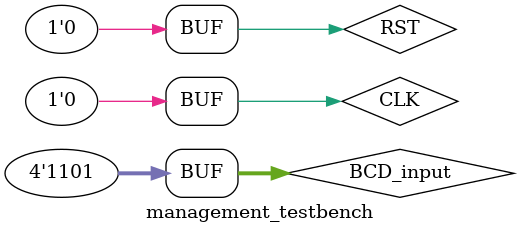
<source format=v>
`timescale 1ns / 1ps
module management_testbench;

	// Inputs
	reg CLK;
	reg RST;
	reg [3:0] BCD_input;
	
	// Outputs
	wire logged_in;

	// Instantiate the Unit Under Test (UUT)
	management uut (
		.CLK(CLK), 
		.RST(RST), 
		.BCD_input(BCD_input),
		.logged_in(logged_in)
	);

	initial 
	begin
		CLK = 0;
		repeat (100)
	#10 CLK = ~CLK;
	end
	
	initial
	begin
		BCD_input = 4'b0000;
		RST = 0;
	#5 
		RST = 1;
	#20	 
		RST = 0;
	#20
		BCD_input = 4'b1011;
	#20	 
		BCD_input = 4'b0000;
	#20  
		BCD_input = 4'b0001;
		BCD_input = 4'b0000;
	#20  
		BCD_input = 4'b0001;
	#20
		BCD_input = 4'b1101;
	#40  
		BCD_input = 4'b0001;
	#20  
		BCD_input = 4'b0000;
		BCD_input = 4'b0001;
	#20  
		BCD_input = 4'b0000;
		BCD_input = 4'b0001;
	#20  
		BCD_input = 4'b0000;
		BCD_input = 4'b0001;
	#20
		BCD_input = 4'b1101;
	
	end
      
endmodule


</source>
